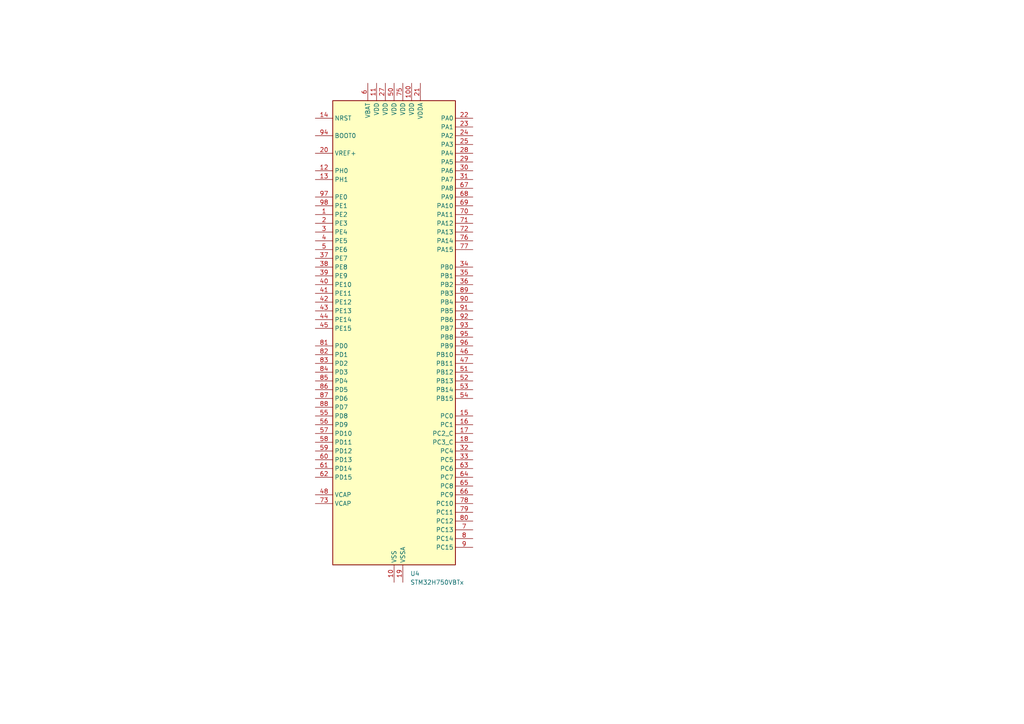
<source format=kicad_sch>
(kicad_sch
	(version 20250114)
	(generator "eeschema")
	(generator_version "9.0")
	(uuid "668bdbe3-bbf7-4176-9b81-bb7b132461af")
	(paper "A4")
	(lib_symbols
		(symbol "MCU_ST_STM32H7:STM32H750VBTx"
			(exclude_from_sim no)
			(in_bom yes)
			(on_board yes)
			(property "Reference" "U"
				(at -17.78 69.85 0)
				(effects
					(font
						(size 1.27 1.27)
					)
					(justify left)
				)
			)
			(property "Value" "STM32H750VBTx"
				(at 10.16 69.85 0)
				(effects
					(font
						(size 1.27 1.27)
					)
					(justify left)
				)
			)
			(property "Footprint" "Package_QFP:LQFP-100_14x14mm_P0.5mm"
				(at -17.78 -66.04 0)
				(effects
					(font
						(size 1.27 1.27)
					)
					(justify right)
					(hide yes)
				)
			)
			(property "Datasheet" "https://www.st.com/resource/en/datasheet/stm32h750vb.pdf"
				(at 0 0 0)
				(effects
					(font
						(size 1.27 1.27)
					)
					(hide yes)
				)
			)
			(property "Description" "STMicroelectronics Arm Cortex-M7 MCU, 128KB flash, 1024KB RAM, 480 MHz, 1.71-3.6V, 82 GPIO, LQFP100"
				(at 0 0 0)
				(effects
					(font
						(size 1.27 1.27)
					)
					(hide yes)
				)
			)
			(property "ki_keywords" "Arm Cortex-M7 STM32H7 STM32H750 Value line"
				(at 0 0 0)
				(effects
					(font
						(size 1.27 1.27)
					)
					(hide yes)
				)
			)
			(property "ki_fp_filters" "LQFP*14x14mm*P0.5mm*"
				(at 0 0 0)
				(effects
					(font
						(size 1.27 1.27)
					)
					(hide yes)
				)
			)
			(symbol "STM32H750VBTx_0_1"
				(rectangle
					(start -17.78 -66.04)
					(end 17.78 68.58)
					(stroke
						(width 0.254)
						(type default)
					)
					(fill
						(type background)
					)
				)
			)
			(symbol "STM32H750VBTx_1_1"
				(pin input line
					(at -22.86 63.5 0)
					(length 5.08)
					(name "NRST"
						(effects
							(font
								(size 1.27 1.27)
							)
						)
					)
					(number "14"
						(effects
							(font
								(size 1.27 1.27)
							)
						)
					)
				)
				(pin input line
					(at -22.86 58.42 0)
					(length 5.08)
					(name "BOOT0"
						(effects
							(font
								(size 1.27 1.27)
							)
						)
					)
					(number "94"
						(effects
							(font
								(size 1.27 1.27)
							)
						)
					)
				)
				(pin input line
					(at -22.86 53.34 0)
					(length 5.08)
					(name "VREF+"
						(effects
							(font
								(size 1.27 1.27)
							)
						)
					)
					(number "20"
						(effects
							(font
								(size 1.27 1.27)
							)
						)
					)
					(alternate "VREFBUF_OUT" bidirectional line)
				)
				(pin bidirectional line
					(at -22.86 48.26 0)
					(length 5.08)
					(name "PH0"
						(effects
							(font
								(size 1.27 1.27)
							)
						)
					)
					(number "12"
						(effects
							(font
								(size 1.27 1.27)
							)
						)
					)
					(alternate "RCC_OSC_IN" bidirectional line)
				)
				(pin bidirectional line
					(at -22.86 45.72 0)
					(length 5.08)
					(name "PH1"
						(effects
							(font
								(size 1.27 1.27)
							)
						)
					)
					(number "13"
						(effects
							(font
								(size 1.27 1.27)
							)
						)
					)
					(alternate "RCC_OSC_OUT" bidirectional line)
				)
				(pin bidirectional line
					(at -22.86 40.64 0)
					(length 5.08)
					(name "PE0"
						(effects
							(font
								(size 1.27 1.27)
							)
						)
					)
					(number "97"
						(effects
							(font
								(size 1.27 1.27)
							)
						)
					)
					(alternate "DCMI_D2" bidirectional line)
					(alternate "FMC_NBL0" bidirectional line)
					(alternate "HRTIM_SCIN" bidirectional line)
					(alternate "LPTIM1_ETR" bidirectional line)
					(alternate "LPTIM2_ETR" bidirectional line)
					(alternate "SAI2_MCLK_A" bidirectional line)
					(alternate "TIM4_ETR" bidirectional line)
					(alternate "UART8_RX" bidirectional line)
				)
				(pin bidirectional line
					(at -22.86 38.1 0)
					(length 5.08)
					(name "PE1"
						(effects
							(font
								(size 1.27 1.27)
							)
						)
					)
					(number "98"
						(effects
							(font
								(size 1.27 1.27)
							)
						)
					)
					(alternate "DCMI_D3" bidirectional line)
					(alternate "FMC_NBL1" bidirectional line)
					(alternate "HRTIM_SCOUT" bidirectional line)
					(alternate "LPTIM1_IN2" bidirectional line)
					(alternate "UART8_TX" bidirectional line)
				)
				(pin bidirectional line
					(at -22.86 35.56 0)
					(length 5.08)
					(name "PE2"
						(effects
							(font
								(size 1.27 1.27)
							)
						)
					)
					(number "1"
						(effects
							(font
								(size 1.27 1.27)
							)
						)
					)
					(alternate "DEBUG_TRACECLK" bidirectional line)
					(alternate "ETH_TXD3" bidirectional line)
					(alternate "FMC_A23" bidirectional line)
					(alternate "QUADSPI_BK1_IO2" bidirectional line)
					(alternate "SAI1_CK1" bidirectional line)
					(alternate "SAI1_MCLK_A" bidirectional line)
					(alternate "SAI4_CK1" bidirectional line)
					(alternate "SAI4_MCLK_A" bidirectional line)
					(alternate "SPI4_SCK" bidirectional line)
				)
				(pin bidirectional line
					(at -22.86 33.02 0)
					(length 5.08)
					(name "PE3"
						(effects
							(font
								(size 1.27 1.27)
							)
						)
					)
					(number "2"
						(effects
							(font
								(size 1.27 1.27)
							)
						)
					)
					(alternate "DEBUG_TRACED0" bidirectional line)
					(alternate "FMC_A19" bidirectional line)
					(alternate "SAI1_SD_B" bidirectional line)
					(alternate "SAI4_SD_B" bidirectional line)
					(alternate "TIM15_BKIN" bidirectional line)
				)
				(pin bidirectional line
					(at -22.86 30.48 0)
					(length 5.08)
					(name "PE4"
						(effects
							(font
								(size 1.27 1.27)
							)
						)
					)
					(number "3"
						(effects
							(font
								(size 1.27 1.27)
							)
						)
					)
					(alternate "DCMI_D4" bidirectional line)
					(alternate "DEBUG_TRACED1" bidirectional line)
					(alternate "DFSDM1_DATIN3" bidirectional line)
					(alternate "FMC_A20" bidirectional line)
					(alternate "LTDC_B0" bidirectional line)
					(alternate "SAI1_D2" bidirectional line)
					(alternate "SAI1_FS_A" bidirectional line)
					(alternate "SAI4_D2" bidirectional line)
					(alternate "SAI4_FS_A" bidirectional line)
					(alternate "SPI4_NSS" bidirectional line)
					(alternate "TIM15_CH1N" bidirectional line)
				)
				(pin bidirectional line
					(at -22.86 27.94 0)
					(length 5.08)
					(name "PE5"
						(effects
							(font
								(size 1.27 1.27)
							)
						)
					)
					(number "4"
						(effects
							(font
								(size 1.27 1.27)
							)
						)
					)
					(alternate "DCMI_D6" bidirectional line)
					(alternate "DEBUG_TRACED2" bidirectional line)
					(alternate "DFSDM1_CKIN3" bidirectional line)
					(alternate "FMC_A21" bidirectional line)
					(alternate "LTDC_G0" bidirectional line)
					(alternate "SAI1_CK2" bidirectional line)
					(alternate "SAI1_SCK_A" bidirectional line)
					(alternate "SAI4_CK2" bidirectional line)
					(alternate "SAI4_SCK_A" bidirectional line)
					(alternate "SPI4_MISO" bidirectional line)
					(alternate "TIM15_CH1" bidirectional line)
				)
				(pin bidirectional line
					(at -22.86 25.4 0)
					(length 5.08)
					(name "PE6"
						(effects
							(font
								(size 1.27 1.27)
							)
						)
					)
					(number "5"
						(effects
							(font
								(size 1.27 1.27)
							)
						)
					)
					(alternate "DCMI_D7" bidirectional line)
					(alternate "DEBUG_TRACED3" bidirectional line)
					(alternate "FMC_A22" bidirectional line)
					(alternate "LTDC_G1" bidirectional line)
					(alternate "SAI1_D1" bidirectional line)
					(alternate "SAI1_SD_A" bidirectional line)
					(alternate "SAI2_MCLK_B" bidirectional line)
					(alternate "SAI4_D1" bidirectional line)
					(alternate "SAI4_SD_A" bidirectional line)
					(alternate "SPI4_MOSI" bidirectional line)
					(alternate "TIM15_CH2" bidirectional line)
					(alternate "TIM1_BKIN2" bidirectional line)
					(alternate "TIM1_BKIN2_COMP1" bidirectional line)
					(alternate "TIM1_BKIN2_COMP2" bidirectional line)
				)
				(pin bidirectional line
					(at -22.86 22.86 0)
					(length 5.08)
					(name "PE7"
						(effects
							(font
								(size 1.27 1.27)
							)
						)
					)
					(number "37"
						(effects
							(font
								(size 1.27 1.27)
							)
						)
					)
					(alternate "COMP2_INM" bidirectional line)
					(alternate "DFSDM1_DATIN2" bidirectional line)
					(alternate "FMC_D4" bidirectional line)
					(alternate "FMC_DA4" bidirectional line)
					(alternate "OPAMP2_VOUT" bidirectional line)
					(alternate "QUADSPI_BK2_IO0" bidirectional line)
					(alternate "TIM1_ETR" bidirectional line)
					(alternate "UART7_RX" bidirectional line)
				)
				(pin bidirectional line
					(at -22.86 20.32 0)
					(length 5.08)
					(name "PE8"
						(effects
							(font
								(size 1.27 1.27)
							)
						)
					)
					(number "38"
						(effects
							(font
								(size 1.27 1.27)
							)
						)
					)
					(alternate "COMP2_OUT" bidirectional line)
					(alternate "DFSDM1_CKIN2" bidirectional line)
					(alternate "FMC_D5" bidirectional line)
					(alternate "FMC_DA5" bidirectional line)
					(alternate "OPAMP2_VINM" bidirectional line)
					(alternate "OPAMP2_VINM0" bidirectional line)
					(alternate "QUADSPI_BK2_IO1" bidirectional line)
					(alternate "TIM1_CH1N" bidirectional line)
					(alternate "UART7_TX" bidirectional line)
				)
				(pin bidirectional line
					(at -22.86 17.78 0)
					(length 5.08)
					(name "PE9"
						(effects
							(font
								(size 1.27 1.27)
							)
						)
					)
					(number "39"
						(effects
							(font
								(size 1.27 1.27)
							)
						)
					)
					(alternate "COMP2_INP" bidirectional line)
					(alternate "DAC1_EXTI9" bidirectional line)
					(alternate "DFSDM1_CKOUT" bidirectional line)
					(alternate "FMC_D6" bidirectional line)
					(alternate "FMC_DA6" bidirectional line)
					(alternate "OPAMP2_VINP" bidirectional line)
					(alternate "QUADSPI_BK2_IO2" bidirectional line)
					(alternate "TIM1_CH1" bidirectional line)
					(alternate "UART7_DE" bidirectional line)
					(alternate "UART7_RTS" bidirectional line)
				)
				(pin bidirectional line
					(at -22.86 15.24 0)
					(length 5.08)
					(name "PE10"
						(effects
							(font
								(size 1.27 1.27)
							)
						)
					)
					(number "40"
						(effects
							(font
								(size 1.27 1.27)
							)
						)
					)
					(alternate "COMP2_INM" bidirectional line)
					(alternate "DFSDM1_DATIN4" bidirectional line)
					(alternate "FMC_D7" bidirectional line)
					(alternate "FMC_DA7" bidirectional line)
					(alternate "QUADSPI_BK2_IO3" bidirectional line)
					(alternate "TIM1_CH2N" bidirectional line)
					(alternate "UART7_CTS" bidirectional line)
				)
				(pin bidirectional line
					(at -22.86 12.7 0)
					(length 5.08)
					(name "PE11"
						(effects
							(font
								(size 1.27 1.27)
							)
						)
					)
					(number "41"
						(effects
							(font
								(size 1.27 1.27)
							)
						)
					)
					(alternate "ADC1_EXTI11" bidirectional line)
					(alternate "ADC2_EXTI11" bidirectional line)
					(alternate "ADC3_EXTI11" bidirectional line)
					(alternate "COMP2_INP" bidirectional line)
					(alternate "DFSDM1_CKIN4" bidirectional line)
					(alternate "FMC_D8" bidirectional line)
					(alternate "FMC_DA8" bidirectional line)
					(alternate "LTDC_G3" bidirectional line)
					(alternate "SAI2_SD_B" bidirectional line)
					(alternate "SPI4_NSS" bidirectional line)
					(alternate "TIM1_CH2" bidirectional line)
				)
				(pin bidirectional line
					(at -22.86 10.16 0)
					(length 5.08)
					(name "PE12"
						(effects
							(font
								(size 1.27 1.27)
							)
						)
					)
					(number "42"
						(effects
							(font
								(size 1.27 1.27)
							)
						)
					)
					(alternate "COMP1_OUT" bidirectional line)
					(alternate "DFSDM1_DATIN5" bidirectional line)
					(alternate "FMC_D9" bidirectional line)
					(alternate "FMC_DA9" bidirectional line)
					(alternate "LTDC_B4" bidirectional line)
					(alternate "SAI2_SCK_B" bidirectional line)
					(alternate "SPI4_SCK" bidirectional line)
					(alternate "TIM1_CH3N" bidirectional line)
				)
				(pin bidirectional line
					(at -22.86 7.62 0)
					(length 5.08)
					(name "PE13"
						(effects
							(font
								(size 1.27 1.27)
							)
						)
					)
					(number "43"
						(effects
							(font
								(size 1.27 1.27)
							)
						)
					)
					(alternate "COMP2_OUT" bidirectional line)
					(alternate "DFSDM1_CKIN5" bidirectional line)
					(alternate "FMC_D10" bidirectional line)
					(alternate "FMC_DA10" bidirectional line)
					(alternate "LTDC_DE" bidirectional line)
					(alternate "SAI2_FS_B" bidirectional line)
					(alternate "SPI4_MISO" bidirectional line)
					(alternate "TIM1_CH3" bidirectional line)
				)
				(pin bidirectional line
					(at -22.86 5.08 0)
					(length 5.08)
					(name "PE14"
						(effects
							(font
								(size 1.27 1.27)
							)
						)
					)
					(number "44"
						(effects
							(font
								(size 1.27 1.27)
							)
						)
					)
					(alternate "FMC_D11" bidirectional line)
					(alternate "FMC_DA11" bidirectional line)
					(alternate "LTDC_CLK" bidirectional line)
					(alternate "SAI2_MCLK_B" bidirectional line)
					(alternate "SPI4_MOSI" bidirectional line)
					(alternate "TIM1_CH4" bidirectional line)
				)
				(pin bidirectional line
					(at -22.86 2.54 0)
					(length 5.08)
					(name "PE15"
						(effects
							(font
								(size 1.27 1.27)
							)
						)
					)
					(number "45"
						(effects
							(font
								(size 1.27 1.27)
							)
						)
					)
					(alternate "ADC1_EXTI15" bidirectional line)
					(alternate "ADC2_EXTI15" bidirectional line)
					(alternate "ADC3_EXTI15" bidirectional line)
					(alternate "FMC_D12" bidirectional line)
					(alternate "FMC_DA12" bidirectional line)
					(alternate "LTDC_R7" bidirectional line)
					(alternate "TIM1_BKIN" bidirectional line)
					(alternate "TIM1_BKIN_COMP1" bidirectional line)
					(alternate "TIM1_BKIN_COMP2" bidirectional line)
				)
				(pin bidirectional line
					(at -22.86 -2.54 0)
					(length 5.08)
					(name "PD0"
						(effects
							(font
								(size 1.27 1.27)
							)
						)
					)
					(number "81"
						(effects
							(font
								(size 1.27 1.27)
							)
						)
					)
					(alternate "DFSDM1_CKIN6" bidirectional line)
					(alternate "FDCAN1_RX" bidirectional line)
					(alternate "FMC_D2" bidirectional line)
					(alternate "FMC_DA2" bidirectional line)
					(alternate "SAI3_SCK_A" bidirectional line)
					(alternate "UART4_RX" bidirectional line)
				)
				(pin bidirectional line
					(at -22.86 -5.08 0)
					(length 5.08)
					(name "PD1"
						(effects
							(font
								(size 1.27 1.27)
							)
						)
					)
					(number "82"
						(effects
							(font
								(size 1.27 1.27)
							)
						)
					)
					(alternate "DFSDM1_DATIN6" bidirectional line)
					(alternate "FDCAN1_TX" bidirectional line)
					(alternate "FMC_D3" bidirectional line)
					(alternate "FMC_DA3" bidirectional line)
					(alternate "SAI3_SD_A" bidirectional line)
					(alternate "UART4_TX" bidirectional line)
				)
				(pin bidirectional line
					(at -22.86 -7.62 0)
					(length 5.08)
					(name "PD2"
						(effects
							(font
								(size 1.27 1.27)
							)
						)
					)
					(number "83"
						(effects
							(font
								(size 1.27 1.27)
							)
						)
					)
					(alternate "DCMI_D11" bidirectional line)
					(alternate "DEBUG_TRACED2" bidirectional line)
					(alternate "SDMMC1_CMD" bidirectional line)
					(alternate "TIM3_ETR" bidirectional line)
					(alternate "UART5_RX" bidirectional line)
				)
				(pin bidirectional line
					(at -22.86 -10.16 0)
					(length 5.08)
					(name "PD3"
						(effects
							(font
								(size 1.27 1.27)
							)
						)
					)
					(number "84"
						(effects
							(font
								(size 1.27 1.27)
							)
						)
					)
					(alternate "DCMI_D5" bidirectional line)
					(alternate "DFSDM1_CKOUT" bidirectional line)
					(alternate "FMC_CLK" bidirectional line)
					(alternate "I2S2_CK" bidirectional line)
					(alternate "LTDC_G7" bidirectional line)
					(alternate "SPI2_SCK" bidirectional line)
					(alternate "USART2_CTS" bidirectional line)
					(alternate "USART2_NSS" bidirectional line)
				)
				(pin bidirectional line
					(at -22.86 -12.7 0)
					(length 5.08)
					(name "PD4"
						(effects
							(font
								(size 1.27 1.27)
							)
						)
					)
					(number "85"
						(effects
							(font
								(size 1.27 1.27)
							)
						)
					)
					(alternate "FMC_NOE" bidirectional line)
					(alternate "HRTIM_FLT3" bidirectional line)
					(alternate "SAI3_FS_A" bidirectional line)
					(alternate "USART2_DE" bidirectional line)
					(alternate "USART2_RTS" bidirectional line)
				)
				(pin bidirectional line
					(at -22.86 -15.24 0)
					(length 5.08)
					(name "PD5"
						(effects
							(font
								(size 1.27 1.27)
							)
						)
					)
					(number "86"
						(effects
							(font
								(size 1.27 1.27)
							)
						)
					)
					(alternate "FMC_NWE" bidirectional line)
					(alternate "HRTIM_EEV3" bidirectional line)
					(alternate "USART2_TX" bidirectional line)
				)
				(pin bidirectional line
					(at -22.86 -17.78 0)
					(length 5.08)
					(name "PD6"
						(effects
							(font
								(size 1.27 1.27)
							)
						)
					)
					(number "87"
						(effects
							(font
								(size 1.27 1.27)
							)
						)
					)
					(alternate "DCMI_D10" bidirectional line)
					(alternate "DFSDM1_CKIN4" bidirectional line)
					(alternate "DFSDM1_DATIN1" bidirectional line)
					(alternate "FMC_NWAIT" bidirectional line)
					(alternate "I2S3_SDO" bidirectional line)
					(alternate "LTDC_B2" bidirectional line)
					(alternate "SAI1_D1" bidirectional line)
					(alternate "SAI1_SD_A" bidirectional line)
					(alternate "SAI4_D1" bidirectional line)
					(alternate "SAI4_SD_A" bidirectional line)
					(alternate "SDMMC2_CK" bidirectional line)
					(alternate "SPI3_MOSI" bidirectional line)
					(alternate "USART2_RX" bidirectional line)
				)
				(pin bidirectional line
					(at -22.86 -20.32 0)
					(length 5.08)
					(name "PD7"
						(effects
							(font
								(size 1.27 1.27)
							)
						)
					)
					(number "88"
						(effects
							(font
								(size 1.27 1.27)
							)
						)
					)
					(alternate "DFSDM1_CKIN1" bidirectional line)
					(alternate "DFSDM1_DATIN4" bidirectional line)
					(alternate "FMC_NE1" bidirectional line)
					(alternate "I2S1_SDO" bidirectional line)
					(alternate "SDMMC2_CMD" bidirectional line)
					(alternate "SPDIFRX1_IN0" bidirectional line)
					(alternate "SPI1_MOSI" bidirectional line)
					(alternate "USART2_CK" bidirectional line)
				)
				(pin bidirectional line
					(at -22.86 -22.86 0)
					(length 5.08)
					(name "PD8"
						(effects
							(font
								(size 1.27 1.27)
							)
						)
					)
					(number "55"
						(effects
							(font
								(size 1.27 1.27)
							)
						)
					)
					(alternate "DFSDM1_CKIN3" bidirectional line)
					(alternate "FMC_D13" bidirectional line)
					(alternate "FMC_DA13" bidirectional line)
					(alternate "SAI3_SCK_B" bidirectional line)
					(alternate "SPDIFRX1_IN1" bidirectional line)
					(alternate "USART3_TX" bidirectional line)
				)
				(pin bidirectional line
					(at -22.86 -25.4 0)
					(length 5.08)
					(name "PD9"
						(effects
							(font
								(size 1.27 1.27)
							)
						)
					)
					(number "56"
						(effects
							(font
								(size 1.27 1.27)
							)
						)
					)
					(alternate "DAC1_EXTI9" bidirectional line)
					(alternate "DFSDM1_DATIN3" bidirectional line)
					(alternate "FMC_D14" bidirectional line)
					(alternate "FMC_DA14" bidirectional line)
					(alternate "SAI3_SD_B" bidirectional line)
					(alternate "USART3_RX" bidirectional line)
				)
				(pin bidirectional line
					(at -22.86 -27.94 0)
					(length 5.08)
					(name "PD10"
						(effects
							(font
								(size 1.27 1.27)
							)
						)
					)
					(number "57"
						(effects
							(font
								(size 1.27 1.27)
							)
						)
					)
					(alternate "DFSDM1_CKOUT" bidirectional line)
					(alternate "FMC_D15" bidirectional line)
					(alternate "FMC_DA15" bidirectional line)
					(alternate "LTDC_B3" bidirectional line)
					(alternate "SAI3_FS_B" bidirectional line)
					(alternate "USART3_CK" bidirectional line)
				)
				(pin bidirectional line
					(at -22.86 -30.48 0)
					(length 5.08)
					(name "PD11"
						(effects
							(font
								(size 1.27 1.27)
							)
						)
					)
					(number "58"
						(effects
							(font
								(size 1.27 1.27)
							)
						)
					)
					(alternate "ADC1_EXTI11" bidirectional line)
					(alternate "ADC2_EXTI11" bidirectional line)
					(alternate "ADC3_EXTI11" bidirectional line)
					(alternate "FMC_A16" bidirectional line)
					(alternate "FMC_CLE" bidirectional line)
					(alternate "I2C4_SMBA" bidirectional line)
					(alternate "LPTIM2_IN2" bidirectional line)
					(alternate "QUADSPI_BK1_IO0" bidirectional line)
					(alternate "SAI2_SD_A" bidirectional line)
					(alternate "USART3_CTS" bidirectional line)
					(alternate "USART3_NSS" bidirectional line)
				)
				(pin bidirectional line
					(at -22.86 -33.02 0)
					(length 5.08)
					(name "PD12"
						(effects
							(font
								(size 1.27 1.27)
							)
						)
					)
					(number "59"
						(effects
							(font
								(size 1.27 1.27)
							)
						)
					)
					(alternate "FMC_A17" bidirectional line)
					(alternate "FMC_ALE" bidirectional line)
					(alternate "I2C4_SCL" bidirectional line)
					(alternate "LPTIM1_IN1" bidirectional line)
					(alternate "LPTIM2_IN1" bidirectional line)
					(alternate "QUADSPI_BK1_IO1" bidirectional line)
					(alternate "SAI2_FS_A" bidirectional line)
					(alternate "TIM4_CH1" bidirectional line)
					(alternate "USART3_DE" bidirectional line)
					(alternate "USART3_RTS" bidirectional line)
				)
				(pin bidirectional line
					(at -22.86 -35.56 0)
					(length 5.08)
					(name "PD13"
						(effects
							(font
								(size 1.27 1.27)
							)
						)
					)
					(number "60"
						(effects
							(font
								(size 1.27 1.27)
							)
						)
					)
					(alternate "FMC_A18" bidirectional line)
					(alternate "I2C4_SDA" bidirectional line)
					(alternate "LPTIM1_OUT" bidirectional line)
					(alternate "QUADSPI_BK1_IO3" bidirectional line)
					(alternate "SAI2_SCK_A" bidirectional line)
					(alternate "TIM4_CH2" bidirectional line)
				)
				(pin bidirectional line
					(at -22.86 -38.1 0)
					(length 5.08)
					(name "PD14"
						(effects
							(font
								(size 1.27 1.27)
							)
						)
					)
					(number "61"
						(effects
							(font
								(size 1.27 1.27)
							)
						)
					)
					(alternate "FMC_D0" bidirectional line)
					(alternate "FMC_DA0" bidirectional line)
					(alternate "SAI3_MCLK_B" bidirectional line)
					(alternate "TIM4_CH3" bidirectional line)
					(alternate "UART8_CTS" bidirectional line)
				)
				(pin bidirectional line
					(at -22.86 -40.64 0)
					(length 5.08)
					(name "PD15"
						(effects
							(font
								(size 1.27 1.27)
							)
						)
					)
					(number "62"
						(effects
							(font
								(size 1.27 1.27)
							)
						)
					)
					(alternate "ADC1_EXTI15" bidirectional line)
					(alternate "ADC2_EXTI15" bidirectional line)
					(alternate "ADC3_EXTI15" bidirectional line)
					(alternate "FMC_D1" bidirectional line)
					(alternate "FMC_DA1" bidirectional line)
					(alternate "SAI3_MCLK_A" bidirectional line)
					(alternate "TIM4_CH4" bidirectional line)
					(alternate "UART8_DE" bidirectional line)
					(alternate "UART8_RTS" bidirectional line)
				)
				(pin power_out line
					(at -22.86 -45.72 0)
					(length 5.08)
					(name "VCAP"
						(effects
							(font
								(size 1.27 1.27)
							)
						)
					)
					(number "48"
						(effects
							(font
								(size 1.27 1.27)
							)
						)
					)
				)
				(pin power_out line
					(at -22.86 -48.26 0)
					(length 5.08)
					(name "VCAP"
						(effects
							(font
								(size 1.27 1.27)
							)
						)
					)
					(number "73"
						(effects
							(font
								(size 1.27 1.27)
							)
						)
					)
				)
				(pin power_in line
					(at -7.62 73.66 270)
					(length 5.08)
					(name "VBAT"
						(effects
							(font
								(size 1.27 1.27)
							)
						)
					)
					(number "6"
						(effects
							(font
								(size 1.27 1.27)
							)
						)
					)
				)
				(pin power_in line
					(at -5.08 73.66 270)
					(length 5.08)
					(name "VDD"
						(effects
							(font
								(size 1.27 1.27)
							)
						)
					)
					(number "11"
						(effects
							(font
								(size 1.27 1.27)
							)
						)
					)
				)
				(pin power_in line
					(at -2.54 73.66 270)
					(length 5.08)
					(name "VDD"
						(effects
							(font
								(size 1.27 1.27)
							)
						)
					)
					(number "27"
						(effects
							(font
								(size 1.27 1.27)
							)
						)
					)
				)
				(pin power_in line
					(at 0 73.66 270)
					(length 5.08)
					(name "VDD"
						(effects
							(font
								(size 1.27 1.27)
							)
						)
					)
					(number "50"
						(effects
							(font
								(size 1.27 1.27)
							)
						)
					)
				)
				(pin power_in line
					(at 0 -71.12 90)
					(length 5.08)
					(name "VSS"
						(effects
							(font
								(size 1.27 1.27)
							)
						)
					)
					(number "10"
						(effects
							(font
								(size 1.27 1.27)
							)
						)
					)
				)
				(pin passive line
					(at 0 -71.12 90)
					(length 5.08)
					(hide yes)
					(name "VSS"
						(effects
							(font
								(size 1.27 1.27)
							)
						)
					)
					(number "26"
						(effects
							(font
								(size 1.27 1.27)
							)
						)
					)
				)
				(pin passive line
					(at 0 -71.12 90)
					(length 5.08)
					(hide yes)
					(name "VSS"
						(effects
							(font
								(size 1.27 1.27)
							)
						)
					)
					(number "49"
						(effects
							(font
								(size 1.27 1.27)
							)
						)
					)
				)
				(pin passive line
					(at 0 -71.12 90)
					(length 5.08)
					(hide yes)
					(name "VSS"
						(effects
							(font
								(size 1.27 1.27)
							)
						)
					)
					(number "74"
						(effects
							(font
								(size 1.27 1.27)
							)
						)
					)
				)
				(pin passive line
					(at 0 -71.12 90)
					(length 5.08)
					(hide yes)
					(name "VSS"
						(effects
							(font
								(size 1.27 1.27)
							)
						)
					)
					(number "99"
						(effects
							(font
								(size 1.27 1.27)
							)
						)
					)
				)
				(pin power_in line
					(at 2.54 73.66 270)
					(length 5.08)
					(name "VDD"
						(effects
							(font
								(size 1.27 1.27)
							)
						)
					)
					(number "75"
						(effects
							(font
								(size 1.27 1.27)
							)
						)
					)
				)
				(pin power_in line
					(at 2.54 -71.12 90)
					(length 5.08)
					(name "VSSA"
						(effects
							(font
								(size 1.27 1.27)
							)
						)
					)
					(number "19"
						(effects
							(font
								(size 1.27 1.27)
							)
						)
					)
				)
				(pin power_in line
					(at 5.08 73.66 270)
					(length 5.08)
					(name "VDD"
						(effects
							(font
								(size 1.27 1.27)
							)
						)
					)
					(number "100"
						(effects
							(font
								(size 1.27 1.27)
							)
						)
					)
				)
				(pin power_in line
					(at 7.62 73.66 270)
					(length 5.08)
					(name "VDDA"
						(effects
							(font
								(size 1.27 1.27)
							)
						)
					)
					(number "21"
						(effects
							(font
								(size 1.27 1.27)
							)
						)
					)
				)
				(pin bidirectional line
					(at 22.86 63.5 180)
					(length 5.08)
					(name "PA0"
						(effects
							(font
								(size 1.27 1.27)
							)
						)
					)
					(number "22"
						(effects
							(font
								(size 1.27 1.27)
							)
						)
					)
					(alternate "ADC1_INP16" bidirectional line)
					(alternate "ETH_CRS" bidirectional line)
					(alternate "PWR_WKUP1" bidirectional line)
					(alternate "SAI2_SD_B" bidirectional line)
					(alternate "SDMMC2_CMD" bidirectional line)
					(alternate "TIM15_BKIN" bidirectional line)
					(alternate "TIM2_CH1" bidirectional line)
					(alternate "TIM2_ETR" bidirectional line)
					(alternate "TIM5_CH1" bidirectional line)
					(alternate "TIM8_ETR" bidirectional line)
					(alternate "UART4_TX" bidirectional line)
					(alternate "USART2_CTS" bidirectional line)
					(alternate "USART2_NSS" bidirectional line)
				)
				(pin bidirectional line
					(at 22.86 60.96 180)
					(length 5.08)
					(name "PA1"
						(effects
							(font
								(size 1.27 1.27)
							)
						)
					)
					(number "23"
						(effects
							(font
								(size 1.27 1.27)
							)
						)
					)
					(alternate "ADC1_INN16" bidirectional line)
					(alternate "ADC1_INP17" bidirectional line)
					(alternate "ETH_REF_CLK" bidirectional line)
					(alternate "ETH_RX_CLK" bidirectional line)
					(alternate "LPTIM3_OUT" bidirectional line)
					(alternate "LTDC_R2" bidirectional line)
					(alternate "QUADSPI_BK1_IO3" bidirectional line)
					(alternate "SAI2_MCLK_B" bidirectional line)
					(alternate "TIM15_CH1N" bidirectional line)
					(alternate "TIM2_CH2" bidirectional line)
					(alternate "TIM5_CH2" bidirectional line)
					(alternate "UART4_RX" bidirectional line)
					(alternate "USART2_DE" bidirectional line)
					(alternate "USART2_RTS" bidirectional line)
				)
				(pin bidirectional line
					(at 22.86 58.42 180)
					(length 5.08)
					(name "PA2"
						(effects
							(font
								(size 1.27 1.27)
							)
						)
					)
					(number "24"
						(effects
							(font
								(size 1.27 1.27)
							)
						)
					)
					(alternate "ADC1_INP14" bidirectional line)
					(alternate "ADC2_INP14" bidirectional line)
					(alternate "ETH_MDIO" bidirectional line)
					(alternate "LPTIM4_OUT" bidirectional line)
					(alternate "LTDC_R1" bidirectional line)
					(alternate "MDIOS_MDIO" bidirectional line)
					(alternate "PWR_WKUP2" bidirectional line)
					(alternate "SAI2_SCK_B" bidirectional line)
					(alternate "TIM15_CH1" bidirectional line)
					(alternate "TIM2_CH3" bidirectional line)
					(alternate "TIM5_CH3" bidirectional line)
					(alternate "USART2_TX" bidirectional line)
				)
				(pin bidirectional line
					(at 22.86 55.88 180)
					(length 5.08)
					(name "PA3"
						(effects
							(font
								(size 1.27 1.27)
							)
						)
					)
					(number "25"
						(effects
							(font
								(size 1.27 1.27)
							)
						)
					)
					(alternate "ADC1_INP15" bidirectional line)
					(alternate "ADC2_INP15" bidirectional line)
					(alternate "ETH_COL" bidirectional line)
					(alternate "LPTIM5_OUT" bidirectional line)
					(alternate "LTDC_B2" bidirectional line)
					(alternate "LTDC_B5" bidirectional line)
					(alternate "TIM15_CH2" bidirectional line)
					(alternate "TIM2_CH4" bidirectional line)
					(alternate "TIM5_CH4" bidirectional line)
					(alternate "USART2_RX" bidirectional line)
					(alternate "USB_OTG_HS_ULPI_D0" bidirectional line)
				)
				(pin bidirectional line
					(at 22.86 53.34 180)
					(length 5.08)
					(name "PA4"
						(effects
							(font
								(size 1.27 1.27)
							)
						)
					)
					(number "28"
						(effects
							(font
								(size 1.27 1.27)
							)
						)
					)
					(alternate "ADC1_INP18" bidirectional line)
					(alternate "ADC2_INP18" bidirectional line)
					(alternate "DAC1_OUT1" bidirectional line)
					(alternate "DCMI_HSYNC" bidirectional line)
					(alternate "I2S1_WS" bidirectional line)
					(alternate "I2S3_WS" bidirectional line)
					(alternate "LTDC_VSYNC" bidirectional line)
					(alternate "SPI1_NSS" bidirectional line)
					(alternate "SPI3_NSS" bidirectional line)
					(alternate "SPI6_NSS" bidirectional line)
					(alternate "TIM5_ETR" bidirectional line)
					(alternate "USART2_CK" bidirectional line)
					(alternate "USB_OTG_HS_SOF" bidirectional line)
				)
				(pin bidirectional line
					(at 22.86 50.8 180)
					(length 5.08)
					(name "PA5"
						(effects
							(font
								(size 1.27 1.27)
							)
						)
					)
					(number "29"
						(effects
							(font
								(size 1.27 1.27)
							)
						)
					)
					(alternate "ADC1_INN18" bidirectional line)
					(alternate "ADC1_INP19" bidirectional line)
					(alternate "ADC2_INN18" bidirectional line)
					(alternate "ADC2_INP19" bidirectional line)
					(alternate "DAC1_OUT2" bidirectional line)
					(alternate "I2S1_CK" bidirectional line)
					(alternate "LTDC_R4" bidirectional line)
					(alternate "PWR_NDSTOP2" bidirectional line)
					(alternate "SPI1_SCK" bidirectional line)
					(alternate "SPI6_SCK" bidirectional line)
					(alternate "TIM2_CH1" bidirectional line)
					(alternate "TIM2_ETR" bidirectional line)
					(alternate "TIM8_CH1N" bidirectional line)
					(alternate "USB_OTG_HS_ULPI_CK" bidirectional line)
				)
				(pin bidirectional line
					(at 22.86 48.26 180)
					(length 5.08)
					(name "PA6"
						(effects
							(font
								(size 1.27 1.27)
							)
						)
					)
					(number "30"
						(effects
							(font
								(size 1.27 1.27)
							)
						)
					)
					(alternate "ADC1_INP3" bidirectional line)
					(alternate "ADC2_INP3" bidirectional line)
					(alternate "DCMI_PIXCLK" bidirectional line)
					(alternate "I2S1_SDI" bidirectional line)
					(alternate "LTDC_G2" bidirectional line)
					(alternate "MDIOS_MDC" bidirectional line)
					(alternate "SPI1_MISO" bidirectional line)
					(alternate "SPI6_MISO" bidirectional line)
					(alternate "TIM13_CH1" bidirectional line)
					(alternate "TIM1_BKIN" bidirectional line)
					(alternate "TIM1_BKIN_COMP1" bidirectional line)
					(alternate "TIM1_BKIN_COMP2" bidirectional line)
					(alternate "TIM3_CH1" bidirectional line)
					(alternate "TIM8_BKIN" bidirectional line)
					(alternate "TIM8_BKIN_COMP1" bidirectional line)
					(alternate "TIM8_BKIN_COMP2" bidirectional line)
				)
				(pin bidirectional line
					(at 22.86 45.72 180)
					(length 5.08)
					(name "PA7"
						(effects
							(font
								(size 1.27 1.27)
							)
						)
					)
					(number "31"
						(effects
							(font
								(size 1.27 1.27)
							)
						)
					)
					(alternate "ADC1_INN3" bidirectional line)
					(alternate "ADC1_INP7" bidirectional line)
					(alternate "ADC2_INN3" bidirectional line)
					(alternate "ADC2_INP7" bidirectional line)
					(alternate "ETH_CRS_DV" bidirectional line)
					(alternate "ETH_RX_DV" bidirectional line)
					(alternate "FMC_SDNWE" bidirectional line)
					(alternate "I2S1_SDO" bidirectional line)
					(alternate "OPAMP1_VINM" bidirectional line)
					(alternate "OPAMP1_VINM1" bidirectional line)
					(alternate "SPI1_MOSI" bidirectional line)
					(alternate "SPI6_MOSI" bidirectional line)
					(alternate "TIM14_CH1" bidirectional line)
					(alternate "TIM1_CH1N" bidirectional line)
					(alternate "TIM3_CH2" bidirectional line)
					(alternate "TIM8_CH1N" bidirectional line)
				)
				(pin bidirectional line
					(at 22.86 43.18 180)
					(length 5.08)
					(name "PA8"
						(effects
							(font
								(size 1.27 1.27)
							)
						)
					)
					(number "67"
						(effects
							(font
								(size 1.27 1.27)
							)
						)
					)
					(alternate "HRTIM_CHB2" bidirectional line)
					(alternate "I2C3_SCL" bidirectional line)
					(alternate "LTDC_B3" bidirectional line)
					(alternate "LTDC_R6" bidirectional line)
					(alternate "RCC_MCO_1" bidirectional line)
					(alternate "TIM1_CH1" bidirectional line)
					(alternate "TIM8_BKIN2" bidirectional line)
					(alternate "TIM8_BKIN2_COMP1" bidirectional line)
					(alternate "TIM8_BKIN2_COMP2" bidirectional line)
					(alternate "UART7_RX" bidirectional line)
					(alternate "USART1_CK" bidirectional line)
					(alternate "USB_OTG_FS_SOF" bidirectional line)
				)
				(pin bidirectional line
					(at 22.86 40.64 180)
					(length 5.08)
					(name "PA9"
						(effects
							(font
								(size 1.27 1.27)
							)
						)
					)
					(number "68"
						(effects
							(font
								(size 1.27 1.27)
							)
						)
					)
					(alternate "DAC1_EXTI9" bidirectional line)
					(alternate "DCMI_D0" bidirectional line)
					(alternate "ETH_TX_ER" bidirectional line)
					(alternate "HRTIM_CHC1" bidirectional line)
					(alternate "I2C3_SMBA" bidirectional line)
					(alternate "I2S2_CK" bidirectional line)
					(alternate "LPUART1_TX" bidirectional line)
					(alternate "LTDC_R5" bidirectional line)
					(alternate "SPI2_SCK" bidirectional line)
					(alternate "TIM1_CH2" bidirectional line)
					(alternate "USART1_TX" bidirectional line)
					(alternate "USB_OTG_FS_VBUS" bidirectional line)
				)
				(pin bidirectional line
					(at 22.86 38.1 180)
					(length 5.08)
					(name "PA10"
						(effects
							(font
								(size 1.27 1.27)
							)
						)
					)
					(number "69"
						(effects
							(font
								(size 1.27 1.27)
							)
						)
					)
					(alternate "DCMI_D1" bidirectional line)
					(alternate "HRTIM_CHC2" bidirectional line)
					(alternate "LPUART1_RX" bidirectional line)
					(alternate "LTDC_B1" bidirectional line)
					(alternate "LTDC_B4" bidirectional line)
					(alternate "MDIOS_MDIO" bidirectional line)
					(alternate "TIM1_CH3" bidirectional line)
					(alternate "USART1_RX" bidirectional line)
					(alternate "USB_OTG_FS_ID" bidirectional line)
				)
				(pin bidirectional line
					(at 22.86 35.56 180)
					(length 5.08)
					(name "PA11"
						(effects
							(font
								(size 1.27 1.27)
							)
						)
					)
					(number "70"
						(effects
							(font
								(size 1.27 1.27)
							)
						)
					)
					(alternate "ADC1_EXTI11" bidirectional line)
					(alternate "ADC2_EXTI11" bidirectional line)
					(alternate "ADC3_EXTI11" bidirectional line)
					(alternate "FDCAN1_RX" bidirectional line)
					(alternate "HRTIM_CHD1" bidirectional line)
					(alternate "I2S2_WS" bidirectional line)
					(alternate "LPUART1_CTS" bidirectional line)
					(alternate "LTDC_R4" bidirectional line)
					(alternate "SPI2_NSS" bidirectional line)
					(alternate "TIM1_CH4" bidirectional line)
					(alternate "UART4_RX" bidirectional line)
					(alternate "USART1_CTS" bidirectional line)
					(alternate "USART1_NSS" bidirectional line)
					(alternate "USB_OTG_FS_DM" bidirectional line)
				)
				(pin bidirectional line
					(at 22.86 33.02 180)
					(length 5.08)
					(name "PA12"
						(effects
							(font
								(size 1.27 1.27)
							)
						)
					)
					(number "71"
						(effects
							(font
								(size 1.27 1.27)
							)
						)
					)
					(alternate "FDCAN1_TX" bidirectional line)
					(alternate "HRTIM_CHD2" bidirectional line)
					(alternate "I2S2_CK" bidirectional line)
					(alternate "LPUART1_DE" bidirectional line)
					(alternate "LPUART1_RTS" bidirectional line)
					(alternate "LTDC_R5" bidirectional line)
					(alternate "SAI2_FS_B" bidirectional line)
					(alternate "SPI2_SCK" bidirectional line)
					(alternate "TIM1_ETR" bidirectional line)
					(alternate "UART4_TX" bidirectional line)
					(alternate "USART1_DE" bidirectional line)
					(alternate "USART1_RTS" bidirectional line)
					(alternate "USB_OTG_FS_DP" bidirectional line)
				)
				(pin bidirectional line
					(at 22.86 30.48 180)
					(length 5.08)
					(name "PA13"
						(effects
							(font
								(size 1.27 1.27)
							)
						)
					)
					(number "72"
						(effects
							(font
								(size 1.27 1.27)
							)
						)
					)
					(alternate "DEBUG_JTMS-SWDIO" bidirectional line)
				)
				(pin bidirectional line
					(at 22.86 27.94 180)
					(length 5.08)
					(name "PA14"
						(effects
							(font
								(size 1.27 1.27)
							)
						)
					)
					(number "76"
						(effects
							(font
								(size 1.27 1.27)
							)
						)
					)
					(alternate "DEBUG_JTCK-SWCLK" bidirectional line)
				)
				(pin bidirectional line
					(at 22.86 25.4 180)
					(length 5.08)
					(name "PA15"
						(effects
							(font
								(size 1.27 1.27)
							)
						)
					)
					(number "77"
						(effects
							(font
								(size 1.27 1.27)
							)
						)
					)
					(alternate "ADC1_EXTI15" bidirectional line)
					(alternate "ADC2_EXTI15" bidirectional line)
					(alternate "ADC3_EXTI15" bidirectional line)
					(alternate "CEC" bidirectional line)
					(alternate "DEBUG_JTDI" bidirectional line)
					(alternate "HRTIM_FLT1" bidirectional line)
					(alternate "I2S1_WS" bidirectional line)
					(alternate "I2S3_WS" bidirectional line)
					(alternate "SPI1_NSS" bidirectional line)
					(alternate "SPI3_NSS" bidirectional line)
					(alternate "SPI6_NSS" bidirectional line)
					(alternate "TIM2_CH1" bidirectional line)
					(alternate "TIM2_ETR" bidirectional line)
					(alternate "UART4_DE" bidirectional line)
					(alternate "UART4_RTS" bidirectional line)
					(alternate "UART7_TX" bidirectional line)
				)
				(pin bidirectional line
					(at 22.86 20.32 180)
					(length 5.08)
					(name "PB0"
						(effects
							(font
								(size 1.27 1.27)
							)
						)
					)
					(number "34"
						(effects
							(font
								(size 1.27 1.27)
							)
						)
					)
					(alternate "ADC1_INN5" bidirectional line)
					(alternate "ADC1_INP9" bidirectional line)
					(alternate "ADC2_INN5" bidirectional line)
					(alternate "ADC2_INP9" bidirectional line)
					(alternate "COMP1_INP" bidirectional line)
					(alternate "DFSDM1_CKOUT" bidirectional line)
					(alternate "ETH_RXD2" bidirectional line)
					(alternate "LTDC_G1" bidirectional line)
					(alternate "LTDC_R3" bidirectional line)
					(alternate "OPAMP1_VINP" bidirectional line)
					(alternate "TIM1_CH2N" bidirectional line)
					(alternate "TIM3_CH3" bidirectional line)
					(alternate "TIM8_CH2N" bidirectional line)
					(alternate "UART4_CTS" bidirectional line)
					(alternate "USB_OTG_HS_ULPI_D1" bidirectional line)
				)
				(pin bidirectional line
					(at 22.86 17.78 180)
					(length 5.08)
					(name "PB1"
						(effects
							(font
								(size 1.27 1.27)
							)
						)
					)
					(number "35"
						(effects
							(font
								(size 1.27 1.27)
							)
						)
					)
					(alternate "ADC1_INP5" bidirectional line)
					(alternate "ADC2_INP5" bidirectional line)
					(alternate "COMP1_INM" bidirectional line)
					(alternate "DFSDM1_DATIN1" bidirectional line)
					(alternate "ETH_RXD3" bidirectional line)
					(alternate "LTDC_G0" bidirectional line)
					(alternate "LTDC_R6" bidirectional line)
					(alternate "TIM1_CH3N" bidirectional line)
					(alternate "TIM3_CH4" bidirectional line)
					(alternate "TIM8_CH3N" bidirectional line)
					(alternate "USB_OTG_HS_ULPI_D2" bidirectional line)
				)
				(pin bidirectional line
					(at 22.86 15.24 180)
					(length 5.08)
					(name "PB2"
						(effects
							(font
								(size 1.27 1.27)
							)
						)
					)
					(number "36"
						(effects
							(font
								(size 1.27 1.27)
							)
						)
					)
					(alternate "COMP1_INP" bidirectional line)
					(alternate "DFSDM1_CKIN1" bidirectional line)
					(alternate "ETH_TX_ER" bidirectional line)
					(alternate "I2S3_SDO" bidirectional line)
					(alternate "QUADSPI_CLK" bidirectional line)
					(alternate "RTC_OUT_ALARM" bidirectional line)
					(alternate "RTC_OUT_CALIB" bidirectional line)
					(alternate "SAI1_D1" bidirectional line)
					(alternate "SAI1_SD_A" bidirectional line)
					(alternate "SAI4_D1" bidirectional line)
					(alternate "SAI4_SD_A" bidirectional line)
					(alternate "SPI3_MOSI" bidirectional line)
				)
				(pin bidirectional line
					(at 22.86 12.7 180)
					(length 5.08)
					(name "PB3"
						(effects
							(font
								(size 1.27 1.27)
							)
						)
					)
					(number "89"
						(effects
							(font
								(size 1.27 1.27)
							)
						)
					)
					(alternate "CRS_SYNC" bidirectional line)
					(alternate "DEBUG_JTDO-SWO" bidirectional line)
					(alternate "HRTIM_FLT4" bidirectional line)
					(alternate "I2S1_CK" bidirectional line)
					(alternate "I2S3_CK" bidirectional line)
					(alternate "SDMMC2_D2" bidirectional line)
					(alternate "SPI1_SCK" bidirectional line)
					(alternate "SPI3_SCK" bidirectional line)
					(alternate "SPI6_SCK" bidirectional line)
					(alternate "TIM2_CH2" bidirectional line)
					(alternate "UART7_RX" bidirectional line)
				)
				(pin bidirectional line
					(at 22.86 10.16 180)
					(length 5.08)
					(name "PB4"
						(effects
							(font
								(size 1.27 1.27)
							)
						)
					)
					(number "90"
						(effects
							(font
								(size 1.27 1.27)
							)
						)
					)
					(alternate "DEBUG_JTRST" bidirectional line)
					(alternate "HRTIM_EEV6" bidirectional line)
					(alternate "I2S1_SDI" bidirectional line)
					(alternate "I2S2_WS" bidirectional line)
					(alternate "I2S3_SDI" bidirectional line)
					(alternate "SDMMC2_D3" bidirectional line)
					(alternate "SPI1_MISO" bidirectional line)
					(alternate "SPI2_NSS" bidirectional line)
					(alternate "SPI3_MISO" bidirectional line)
					(alternate "SPI6_MISO" bidirectional line)
					(alternate "TIM16_BKIN" bidirectional line)
					(alternate "TIM3_CH1" bidirectional line)
					(alternate "UART7_TX" bidirectional line)
				)
				(pin bidirectional line
					(at 22.86 7.62 180)
					(length 5.08)
					(name "PB5"
						(effects
							(font
								(size 1.27 1.27)
							)
						)
					)
					(number "91"
						(effects
							(font
								(size 1.27 1.27)
							)
						)
					)
					(alternate "DCMI_D10" bidirectional line)
					(alternate "ETH_PPS_OUT" bidirectional line)
					(alternate "FDCAN2_RX" bidirectional line)
					(alternate "FMC_SDCKE1" bidirectional line)
					(alternate "HRTIM_EEV7" bidirectional line)
					(alternate "I2C1_SMBA" bidirectional line)
					(alternate "I2C4_SMBA" bidirectional line)
					(alternate "I2S1_SDO" bidirectional line)
					(alternate "I2S3_SDO" bidirectional line)
					(alternate "SPI1_MOSI" bidirectional line)
					(alternate "SPI3_MOSI" bidirectional line)
					(alternate "SPI6_MOSI" bidirectional line)
					(alternate "TIM17_BKIN" bidirectional line)
					(alternate "TIM3_CH2" bidirectional line)
					(alternate "UART5_RX" bidirectional line)
					(alternate "USB_OTG_HS_ULPI_D7" bidirectional line)
				)
				(pin bidirectional line
					(at 22.86 5.08 180)
					(length 5.08)
					(name "PB6"
						(effects
							(font
								(size 1.27 1.27)
							)
						)
					)
					(number "92"
						(effects
							(font
								(size 1.27 1.27)
							)
						)
					)
					(alternate "CEC" bidirectional line)
					(alternate "DCMI_D5" bidirectional line)
					(alternate "DFSDM1_DATIN5" bidirectional line)
					(alternate "FDCAN2_TX" bidirectional line)
					(alternate "FMC_SDNE1" bidirectional line)
					(alternate "HRTIM_EEV8" bidirectional line)
					(alternate "I2C1_SCL" bidirectional line)
					(alternate "I2C4_SCL" bidirectional line)
					(alternate "LPUART1_TX" bidirectional line)
					(alternate "QUADSPI_BK1_NCS" bidirectional line)
					(alternate "TIM16_CH1N" bidirectional line)
					(alternate "TIM4_CH1" bidirectional line)
					(alternate "UART5_TX" bidirectional line)
					(alternate "USART1_TX" bidirectional line)
				)
				(pin bidirectional line
					(at 22.86 2.54 180)
					(length 5.08)
					(name "PB7"
						(effects
							(font
								(size 1.27 1.27)
							)
						)
					)
					(number "93"
						(effects
							(font
								(size 1.27 1.27)
							)
						)
					)
					(alternate "DCMI_VSYNC" bidirectional line)
					(alternate "DFSDM1_CKIN5" bidirectional line)
					(alternate "FMC_NL" bidirectional line)
					(alternate "HRTIM_EEV9" bidirectional line)
					(alternate "I2C1_SDA" bidirectional line)
					(alternate "I2C4_SDA" bidirectional line)
					(alternate "LPUART1_RX" bidirectional line)
					(alternate "PWR_PVD_IN" bidirectional line)
					(alternate "TIM17_CH1N" bidirectional line)
					(alternate "TIM4_CH2" bidirectional line)
					(alternate "USART1_RX" bidirectional line)
				)
				(pin bidirectional line
					(at 22.86 0 180)
					(length 5.08)
					(name "PB8"
						(effects
							(font
								(size 1.27 1.27)
							)
						)
					)
					(number "95"
						(effects
							(font
								(size 1.27 1.27)
							)
						)
					)
					(alternate "DCMI_D6" bidirectional line)
					(alternate "DFSDM1_CKIN7" bidirectional line)
					(alternate "ETH_TXD3" bidirectional line)
					(alternate "FDCAN1_RX" bidirectional line)
					(alternate "I2C1_SCL" bidirectional line)
					(alternate "I2C4_SCL" bidirectional line)
					(alternate "LTDC_B6" bidirectional line)
					(alternate "SDMMC1_CKIN" bidirectional line)
					(alternate "SDMMC1_D4" bidirectional line)
					(alternate "SDMMC2_D4" bidirectional line)
					(alternate "TIM16_CH1" bidirectional line)
					(alternate "TIM4_CH3" bidirectional line)
					(alternate "UART4_RX" bidirectional line)
				)
				(pin bidirectional line
					(at 22.86 -2.54 180)
					(length 5.08)
					(name "PB9"
						(effects
							(font
								(size 1.27 1.27)
							)
						)
					)
					(number "96"
						(effects
							(font
								(size 1.27 1.27)
							)
						)
					)
					(alternate "DAC1_EXTI9" bidirectional line)
					(alternate "DCMI_D7" bidirectional line)
					(alternate "DFSDM1_DATIN7" bidirectional line)
					(alternate "FDCAN1_TX" bidirectional line)
					(alternate "I2C1_SDA" bidirectional line)
					(alternate "I2C4_SDA" bidirectional line)
					(alternate "I2C4_SMBA" bidirectional line)
					(alternate "I2S2_WS" bidirectional line)
					(alternate "LTDC_B7" bidirectional line)
					(alternate "SDMMC1_CDIR" bidirectional line)
					(alternate "SDMMC1_D5" bidirectional line)
					(alternate "SDMMC2_D5" bidirectional line)
					(alternate "SPI2_NSS" bidirectional line)
					(alternate "TIM17_CH1" bidirectional line)
					(alternate "TIM4_CH4" bidirectional line)
					(alternate "UART4_TX" bidirectional line)
				)
				(pin bidirectional line
					(at 22.86 -5.08 180)
					(length 5.08)
					(name "PB10"
						(effects
							(font
								(size 1.27 1.27)
							)
						)
					)
					(number "46"
						(effects
							(font
								(size 1.27 1.27)
							)
						)
					)
					(alternate "DFSDM1_DATIN7" bidirectional line)
					(alternate "ETH_RX_ER" bidirectional line)
					(alternate "HRTIM_SCOUT" bidirectional line)
					(alternate "I2C2_SCL" bidirectional line)
					(alternate "I2S2_CK" bidirectional line)
					(alternate "LPTIM2_IN1" bidirectional line)
					(alternate "LTDC_G4" bidirectional line)
					(alternate "QUADSPI_BK1_NCS" bidirectional line)
					(alternate "SPI2_SCK" bidirectional line)
					(alternate "TIM2_CH3" bidirectional line)
					(alternate "USART3_TX" bidirectional line)
					(alternate "USB_OTG_HS_ULPI_D3" bidirectional line)
				)
				(pin bidirectional line
					(at 22.86 -7.62 180)
					(length 5.08)
					(name "PB11"
						(effects
							(font
								(size 1.27 1.27)
							)
						)
					)
					(number "47"
						(effects
							(font
								(size 1.27 1.27)
							)
						)
					)
					(alternate "ADC1_EXTI11" bidirectional line)
					(alternate "ADC2_EXTI11" bidirectional line)
					(alternate "ADC3_EXTI11" bidirectional line)
					(alternate "DFSDM1_CKIN7" bidirectional line)
					(alternate "ETH_TX_EN" bidirectional line)
					(alternate "HRTIM_SCIN" bidirectional line)
					(alternate "I2C2_SDA" bidirectional line)
					(alternate "LPTIM2_ETR" bidirectional line)
					(alternate "LTDC_G5" bidirectional line)
					(alternate "TIM2_CH4" bidirectional line)
					(alternate "USART3_RX" bidirectional line)
					(alternate "USB_OTG_HS_ULPI_D4" bidirectional line)
				)
				(pin bidirectional line
					(at 22.86 -10.16 180)
					(length 5.08)
					(name "PB12"
						(effects
							(font
								(size 1.27 1.27)
							)
						)
					)
					(number "51"
						(effects
							(font
								(size 1.27 1.27)
							)
						)
					)
					(alternate "DFSDM1_DATIN1" bidirectional line)
					(alternate "ETH_TXD0" bidirectional line)
					(alternate "FDCAN2_RX" bidirectional line)
					(alternate "I2C2_SMBA" bidirectional line)
					(alternate "I2S2_WS" bidirectional line)
					(alternate "SPI2_NSS" bidirectional line)
					(alternate "TIM1_BKIN" bidirectional line)
					(alternate "TIM1_BKIN_COMP1" bidirectional line)
					(alternate "TIM1_BKIN_COMP2" bidirectional line)
					(alternate "UART5_RX" bidirectional line)
					(alternate "USART3_CK" bidirectional line)
					(alternate "USB_OTG_HS_ID" bidirectional line)
					(alternate "USB_OTG_HS_ULPI_D5" bidirectional line)
				)
				(pin bidirectional line
					(at 22.86 -12.7 180)
					(length 5.08)
					(name "PB13"
						(effects
							(font
								(size 1.27 1.27)
							)
						)
					)
					(number "52"
						(effects
							(font
								(size 1.27 1.27)
							)
						)
					)
					(alternate "DFSDM1_CKIN1" bidirectional line)
					(alternate "ETH_TXD1" bidirectional line)
					(alternate "FDCAN2_TX" bidirectional line)
					(alternate "I2S2_CK" bidirectional line)
					(alternate "LPTIM2_OUT" bidirectional line)
					(alternate "SPI2_SCK" bidirectional line)
					(alternate "TIM1_CH1N" bidirectional line)
					(alternate "UART5_TX" bidirectional line)
					(alternate "USART3_CTS" bidirectional line)
					(alternate "USART3_NSS" bidirectional line)
					(alternate "USB_OTG_HS_ULPI_D6" bidirectional line)
					(alternate "USB_OTG_HS_VBUS" bidirectional line)
				)
				(pin bidirectional line
					(at 22.86 -15.24 180)
					(length 5.08)
					(name "PB14"
						(effects
							(font
								(size 1.27 1.27)
							)
						)
					)
					(number "53"
						(effects
							(font
								(size 1.27 1.27)
							)
						)
					)
					(alternate "DFSDM1_DATIN2" bidirectional line)
					(alternate "I2S2_SDI" bidirectional line)
					(alternate "SDMMC2_D0" bidirectional line)
					(alternate "SPI2_MISO" bidirectional line)
					(alternate "TIM12_CH1" bidirectional line)
					(alternate "TIM1_CH2N" bidirectional line)
					(alternate "TIM8_CH2N" bidirectional line)
					(alternate "UART4_DE" bidirectional line)
					(alternate "UART4_RTS" bidirectional line)
					(alternate "USART1_TX" bidirectional line)
					(alternate "USART3_DE" bidirectional line)
					(alternate "USART3_RTS" bidirectional line)
					(alternate "USB_OTG_HS_DM" bidirectional line)
				)
				(pin bidirectional line
					(at 22.86 -17.78 180)
					(length 5.08)
					(name "PB15"
						(effects
							(font
								(size 1.27 1.27)
							)
						)
					)
					(number "54"
						(effects
							(font
								(size 1.27 1.27)
							)
						)
					)
					(alternate "ADC1_EXTI15" bidirectional line)
					(alternate "ADC2_EXTI15" bidirectional line)
					(alternate "ADC3_EXTI15" bidirectional line)
					(alternate "DFSDM1_CKIN2" bidirectional line)
					(alternate "I2S2_SDO" bidirectional line)
					(alternate "RTC_REFIN" bidirectional line)
					(alternate "SDMMC2_D1" bidirectional line)
					(alternate "SPI2_MOSI" bidirectional line)
					(alternate "TIM12_CH2" bidirectional line)
					(alternate "TIM1_CH3N" bidirectional line)
					(alternate "TIM8_CH3N" bidirectional line)
					(alternate "UART4_CTS" bidirectional line)
					(alternate "USART1_RX" bidirectional line)
					(alternate "USB_OTG_HS_DP" bidirectional line)
				)
				(pin bidirectional line
					(at 22.86 -22.86 180)
					(length 5.08)
					(name "PC0"
						(effects
							(font
								(size 1.27 1.27)
							)
						)
					)
					(number "15"
						(effects
							(font
								(size 1.27 1.27)
							)
						)
					)
					(alternate "ADC1_INP10" bidirectional line)
					(alternate "ADC2_INP10" bidirectional line)
					(alternate "ADC3_INP10" bidirectional line)
					(alternate "DFSDM1_CKIN0" bidirectional line)
					(alternate "DFSDM1_DATIN4" bidirectional line)
					(alternate "FMC_SDNWE" bidirectional line)
					(alternate "LTDC_R5" bidirectional line)
					(alternate "SAI2_FS_B" bidirectional line)
					(alternate "USB_OTG_HS_ULPI_STP" bidirectional line)
				)
				(pin bidirectional line
					(at 22.86 -25.4 180)
					(length 5.08)
					(name "PC1"
						(effects
							(font
								(size 1.27 1.27)
							)
						)
					)
					(number "16"
						(effects
							(font
								(size 1.27 1.27)
							)
						)
					)
					(alternate "ADC1_INN10" bidirectional line)
					(alternate "ADC1_INP11" bidirectional line)
					(alternate "ADC2_INN10" bidirectional line)
					(alternate "ADC2_INP11" bidirectional line)
					(alternate "ADC3_INN10" bidirectional line)
					(alternate "ADC3_INP11" bidirectional line)
					(alternate "DEBUG_TRACED0" bidirectional line)
					(alternate "DFSDM1_CKIN4" bidirectional line)
					(alternate "DFSDM1_DATIN0" bidirectional line)
					(alternate "ETH_MDC" bidirectional line)
					(alternate "I2S2_SDO" bidirectional line)
					(alternate "MDIOS_MDC" bidirectional line)
					(alternate "PWR_WKUP6" bidirectional line)
					(alternate "RTC_TAMP3" bidirectional line)
					(alternate "SAI1_D1" bidirectional line)
					(alternate "SAI1_SD_A" bidirectional line)
					(alternate "SAI4_D1" bidirectional line)
					(alternate "SAI4_SD_A" bidirectional line)
					(alternate "SDMMC2_CK" bidirectional line)
					(alternate "SPI2_MOSI" bidirectional line)
				)
				(pin bidirectional line
					(at 22.86 -27.94 180)
					(length 5.08)
					(name "PC2_C"
						(effects
							(font
								(size 1.27 1.27)
							)
						)
					)
					(number "17"
						(effects
							(font
								(size 1.27 1.27)
							)
						)
					)
					(alternate "ADC3_INN1" bidirectional line)
					(alternate "ADC3_INP0" bidirectional line)
					(alternate "DFSDM1_CKIN1" bidirectional line)
					(alternate "DFSDM1_CKOUT" bidirectional line)
					(alternate "ETH_TXD2" bidirectional line)
					(alternate "FMC_SDNE0" bidirectional line)
					(alternate "I2S2_SDI" bidirectional line)
					(alternate "PWR_CSTOP" bidirectional line)
					(alternate "SPI2_MISO" bidirectional line)
					(alternate "USB_OTG_HS_ULPI_DIR" bidirectional line)
				)
				(pin bidirectional line
					(at 22.86 -30.48 180)
					(length 5.08)
					(name "PC3_C"
						(effects
							(font
								(size 1.27 1.27)
							)
						)
					)
					(number "18"
						(effects
							(font
								(size 1.27 1.27)
							)
						)
					)
					(alternate "ADC3_INP1" bidirectional line)
					(alternate "DFSDM1_DATIN1" bidirectional line)
					(alternate "ETH_TX_CLK" bidirectional line)
					(alternate "FMC_SDCKE0" bidirectional line)
					(alternate "I2S2_SDO" bidirectional line)
					(alternate "PWR_CSLEEP" bidirectional line)
					(alternate "SPI2_MOSI" bidirectional line)
					(alternate "USB_OTG_HS_ULPI_NXT" bidirectional line)
				)
				(pin bidirectional line
					(at 22.86 -33.02 180)
					(length 5.08)
					(name "PC4"
						(effects
							(font
								(size 1.27 1.27)
							)
						)
					)
					(number "32"
						(effects
							(font
								(size 1.27 1.27)
							)
						)
					)
					(alternate "ADC1_INP4" bidirectional line)
					(alternate "ADC2_INP4" bidirectional line)
					(alternate "COMP1_INM" bidirectional line)
					(alternate "DFSDM1_CKIN2" bidirectional line)
					(alternate "ETH_RXD0" bidirectional line)
					(alternate "FMC_SDNE0" bidirectional line)
					(alternate "I2S1_MCK" bidirectional line)
					(alternate "OPAMP1_VOUT" bidirectional line)
					(alternate "SPDIFRX1_IN2" bidirectional line)
				)
				(pin bidirectional line
					(at 22.86 -35.56 180)
					(length 5.08)
					(name "PC5"
						(effects
							(font
								(size 1.27 1.27)
							)
						)
					)
					(number "33"
						(effects
							(font
								(size 1.27 1.27)
							)
						)
					)
					(alternate "ADC1_INN4" bidirectional line)
					(alternate "ADC1_INP8" bidirectional line)
					(alternate "ADC2_INN4" bidirectional line)
					(alternate "ADC2_INP8" bidirectional line)
					(alternate "COMP1_OUT" bidirectional line)
					(alternate "DFSDM1_DATIN2" bidirectional line)
					(alternate "ETH_RXD1" bidirectional line)
					(alternate "FMC_SDCKE0" bidirectional line)
					(alternate "OPAMP1_VINM" bidirectional line)
					(alternate "OPAMP1_VINM0" bidirectional line)
					(alternate "SAI1_D3" bidirectional line)
					(alternate "SAI4_D3" bidirectional line)
					(alternate "SPDIFRX1_IN3" bidirectional line)
				)
				(pin bidirectional line
					(at 22.86 -38.1 180)
					(length 5.08)
					(name "PC6"
						(effects
							(font
								(size 1.27 1.27)
							)
						)
					)
					(number "63"
						(effects
							(font
								(size 1.27 1.27)
							)
						)
					)
					(alternate "DCMI_D0" bidirectional line)
					(alternate "DFSDM1_CKIN3" bidirectional line)
					(alternate "FMC_NWAIT" bidirectional line)
					(alternate "HRTIM_CHA1" bidirectional line)
					(alternate "I2S2_MCK" bidirectional line)
					(alternate "LTDC_HSYNC" bidirectional line)
					(alternate "SDMMC1_D0DIR" bidirectional line)
					(alternate "SDMMC1_D6" bidirectional line)
					(alternate "SDMMC2_D6" bidirectional line)
					(alternate "SWPMI1_IO" bidirectional line)
					(alternate "TIM3_CH1" bidirectional line)
					(alternate "TIM8_CH1" bidirectional line)
					(alternate "USART6_TX" bidirectional line)
				)
				(pin bidirectional line
					(at 22.86 -40.64 180)
					(length 5.08)
					(name "PC7"
						(effects
							(font
								(size 1.27 1.27)
							)
						)
					)
					(number "64"
						(effects
							(font
								(size 1.27 1.27)
							)
						)
					)
					(alternate "DCMI_D1" bidirectional line)
					(alternate "DEBUG_TRGIO" bidirectional line)
					(alternate "DFSDM1_DATIN3" bidirectional line)
					(alternate "FMC_NE1" bidirectional line)
					(alternate "HRTIM_CHA2" bidirectional line)
					(alternate "I2S3_MCK" bidirectional line)
					(alternate "LTDC_G6" bidirectional line)
					(alternate "SDMMC1_D123DIR" bidirectional line)
					(alternate "SDMMC1_D7" bidirectional line)
					(alternate "SDMMC2_D7" bidirectional line)
					(alternate "SWPMI1_TX" bidirectional line)
					(alternate "TIM3_CH2" bidirectional line)
					(alternate "TIM8_CH2" bidirectional line)
					(alternate "USART6_RX" bidirectional line)
				)
				(pin bidirectional line
					(at 22.86 -43.18 180)
					(length 5.08)
					(name "PC8"
						(effects
							(font
								(size 1.27 1.27)
							)
						)
					)
					(number "65"
						(effects
							(font
								(size 1.27 1.27)
							)
						)
					)
					(alternate "DCMI_D2" bidirectional line)
					(alternate "DEBUG_TRACED1" bidirectional line)
					(alternate "FMC_NCE" bidirectional line)
					(alternate "FMC_NE2" bidirectional line)
					(alternate "HRTIM_CHB1" bidirectional line)
					(alternate "SDMMC1_D0" bidirectional line)
					(alternate "SWPMI1_RX" bidirectional line)
					(alternate "TIM3_CH3" bidirectional line)
					(alternate "TIM8_CH3" bidirectional line)
					(alternate "UART5_DE" bidirectional line)
					(alternate "UART5_RTS" bidirectional line)
					(alternate "USART6_CK" bidirectional line)
				)
				(pin bidirectional line
					(at 22.86 -45.72 180)
					(length 5.08)
					(name "PC9"
						(effects
							(font
								(size 1.27 1.27)
							)
						)
					)
					(number "66"
						(effects
							(font
								(size 1.27 1.27)
							)
						)
					)
					(alternate "DAC1_EXTI9" bidirectional line)
					(alternate "DCMI_D3" bidirectional line)
					(alternate "I2C3_SDA" bidirectional line)
					(alternate "I2S_CKIN" bidirectional line)
					(alternate "LTDC_B2" bidirectional line)
					(alternate "LTDC_G3" bidirectional line)
					(alternate "QUADSPI_BK1_IO0" bidirectional line)
					(alternate "RCC_MCO_2" bidirectional line)
					(alternate "SDMMC1_D1" bidirectional line)
					(alternate "SWPMI1_SUSPEND" bidirectional line)
					(alternate "TIM3_CH4" bidirectional line)
					(alternate "TIM8_CH4" bidirectional line)
					(alternate "UART5_CTS" bidirectional line)
				)
				(pin bidirectional line
					(at 22.86 -48.26 180)
					(length 5.08)
					(name "PC10"
						(effects
							(font
								(size 1.27 1.27)
							)
						)
					)
					(number "78"
						(effects
							(font
								(size 1.27 1.27)
							)
						)
					)
					(alternate "DCMI_D8" bidirectional line)
					(alternate "DFSDM1_CKIN5" bidirectional line)
					(alternate "HRTIM_EEV1" bidirectional line)
					(alternate "I2S3_CK" bidirectional line)
					(alternate "LTDC_R2" bidirectional line)
					(alternate "QUADSPI_BK1_IO1" bidirectional line)
					(alternate "SDMMC1_D2" bidirectional line)
					(alternate "SPI3_SCK" bidirectional line)
					(alternate "UART4_TX" bidirectional line)
					(alternate "USART3_TX" bidirectional line)
				)
				(pin bidirectional line
					(at 22.86 -50.8 180)
					(length 5.08)
					(name "PC11"
						(effects
							(font
								(size 1.27 1.27)
							)
						)
					)
					(number "79"
						(effects
							(font
								(size 1.27 1.27)
							)
						)
					)
					(alternate "ADC1_EXTI11" bidirectional line)
					(alternate "ADC2_EXTI11" bidirectional line)
					(alternate "ADC3_EXTI11" bidirectional line)
					(alternate "DCMI_D4" bidirectional line)
					(alternate "DFSDM1_DATIN5" bidirectional line)
					(alternate "HRTIM_FLT2" bidirectional line)
					(alternate "I2S3_SDI" bidirectional line)
					(alternate "QUADSPI_BK2_NCS" bidirectional line)
					(alternate "SDMMC1_D3" bidirectional line)
					(alternate "SPI3_MISO" bidirectional line)
					(alternate "UART4_RX" bidirectional line)
					(alternate "USART3_RX" bidirectional line)
				)
				(pin bidirectional line
					(at 22.86 -53.34 180)
					(length 5.08)
					(name "PC12"
						(effects
							(font
								(size 1.27 1.27)
							)
						)
					)
					(number "80"
						(effects
							(font
								(size 1.27 1.27)
							)
						)
					)
					(alternate "DCMI_D9" bidirectional line)
					(alternate "DEBUG_TRACED3" bidirectional line)
					(alternate "HRTIM_EEV2" bidirectional line)
					(alternate "I2S3_SDO" bidirectional line)
					(alternate "SDMMC1_CK" bidirectional line)
					(alternate "SPI3_MOSI" bidirectional line)
					(alternate "UART5_TX" bidirectional line)
					(alternate "USART3_CK" bidirectional line)
				)
				(pin bidirectional line
					(at 22.86 -55.88 180)
					(length 5.08)
					(name "PC13"
						(effects
							(font
								(size 1.27 1.27)
							)
						)
					)
					(number "7"
						(effects
							(font
								(size 1.27 1.27)
							)
						)
					)
					(alternate "PWR_WKUP4" bidirectional line)
					(alternate "RTC_OUT_ALARM" bidirectional line)
					(alternate "RTC_OUT_CALIB" bidirectional line)
					(alternate "RTC_TAMP1" bidirectional line)
					(alternate "RTC_TS" bidirectional line)
				)
				(pin bidirectional line
					(at 22.86 -58.42 180)
					(length 5.08)
					(name "PC14"
						(effects
							(font
								(size 1.27 1.27)
							)
						)
					)
					(number "8"
						(effects
							(font
								(size 1.27 1.27)
							)
						)
					)
					(alternate "RCC_OSC32_IN" bidirectional line)
				)
				(pin bidirectional line
					(at 22.86 -60.96 180)
					(length 5.08)
					(name "PC15"
						(effects
							(font
								(size 1.27 1.27)
							)
						)
					)
					(number "9"
						(effects
							(font
								(size 1.27 1.27)
							)
						)
					)
					(alternate "ADC1_EXTI15" bidirectional line)
					(alternate "ADC2_EXTI15" bidirectional line)
					(alternate "ADC3_EXTI15" bidirectional line)
					(alternate "RCC_OSC32_OUT" bidirectional line)
				)
			)
			(embedded_fonts no)
		)
	)
	(symbol
		(lib_id "MCU_ST_STM32H7:STM32H750VBTx")
		(at 114.3 97.79 0)
		(unit 1)
		(exclude_from_sim no)
		(in_bom yes)
		(on_board yes)
		(dnp no)
		(fields_autoplaced yes)
		(uuid "84fcdc2d-2b73-4a46-b88c-c4ec8843b66b")
		(property "Reference" "U4"
			(at 118.9833 166.37 0)
			(effects
				(font
					(size 1.27 1.27)
				)
				(justify left)
			)
		)
		(property "Value" "STM32H750VBTx"
			(at 118.9833 168.91 0)
			(effects
				(font
					(size 1.27 1.27)
				)
				(justify left)
			)
		)
		(property "Footprint" "Package_QFP:LQFP-100_14x14mm_P0.5mm"
			(at 96.52 163.83 0)
			(effects
				(font
					(size 1.27 1.27)
				)
				(justify right)
				(hide yes)
			)
		)
		(property "Datasheet" "https://www.st.com/resource/en/datasheet/stm32h750vb.pdf"
			(at 114.3 97.79 0)
			(effects
				(font
					(size 1.27 1.27)
				)
				(hide yes)
			)
		)
		(property "Description" "STMicroelectronics Arm Cortex-M7 MCU, 128KB flash, 1024KB RAM, 480 MHz, 1.71-3.6V, 82 GPIO, LQFP100"
			(at 114.3 97.79 0)
			(effects
				(font
					(size 1.27 1.27)
				)
				(hide yes)
			)
		)
		(pin "14"
			(uuid "d68b5d88-89b2-453b-bba0-8fa478486a3c")
		)
		(pin "55"
			(uuid "ac1ec3e6-4299-4bc0-b2b8-8cbffac4e44b")
		)
		(pin "38"
			(uuid "20686891-59db-4e50-80ca-7c019cc2955c")
		)
		(pin "3"
			(uuid "40ea71cc-30d1-4a0b-b8e6-404a0ced697d")
		)
		(pin "27"
			(uuid "95bc6b7b-b1a6-4ab3-9c7f-584e07f6f8ee")
		)
		(pin "59"
			(uuid "76f1fd63-1707-4a82-9207-4df328cee82e")
		)
		(pin "75"
			(uuid "4bbaf6ba-b99f-4502-bf8b-6b0cccd2ac10")
		)
		(pin "49"
			(uuid "ff74e1dd-dfa7-4da5-9af7-41e4cab5acd0")
		)
		(pin "25"
			(uuid "ddfec317-8188-457e-9323-c2b02f06c99f")
		)
		(pin "1"
			(uuid "c53de456-7959-49cc-a4e0-38ee27a53f5a")
		)
		(pin "41"
			(uuid "b487a172-0e03-47e0-a5ef-0b1f31e64fbf")
		)
		(pin "5"
			(uuid "599e2bc5-1029-49b2-8c32-4d0c7fd08255")
		)
		(pin "97"
			(uuid "d008b38c-bb6c-4201-8281-0cc7215db76a")
		)
		(pin "2"
			(uuid "eea74184-41fa-4c53-ac9f-c73038abde78")
		)
		(pin "43"
			(uuid "e7e430bc-06a2-417d-9f9a-cb4e5a3aa894")
		)
		(pin "82"
			(uuid "83cb5208-a942-42d3-9d62-db7346ce5dbb")
		)
		(pin "86"
			(uuid "67744cbe-b6c6-498a-b291-49ec599388fe")
		)
		(pin "88"
			(uuid "45ae0d41-1152-4479-8b0d-07f71baead99")
		)
		(pin "56"
			(uuid "65bef039-011a-432b-92a9-3a6f5c30d138")
		)
		(pin "57"
			(uuid "5664dd35-fdb6-493c-a9ea-eacd08617955")
		)
		(pin "40"
			(uuid "11736327-4bb2-4825-b097-99a5d5c7f724")
		)
		(pin "60"
			(uuid "616936e5-c51d-4eb8-a0b4-868bd4e189c8")
		)
		(pin "48"
			(uuid "1b913cd5-6831-4bee-bb65-cc882d6ff3ba")
		)
		(pin "81"
			(uuid "9a230335-3b94-410f-8104-78af2733c352")
		)
		(pin "94"
			(uuid "7979f509-27a9-40e9-a1d9-26d8b8153f6e")
		)
		(pin "11"
			(uuid "c463f3a8-c23c-4200-afaf-54a1b7f35b1e")
		)
		(pin "98"
			(uuid "af0b11d1-9def-40c9-9741-ecf4348fc9d5")
		)
		(pin "74"
			(uuid "cf8b6102-a335-4f68-9e9e-e22a1c89e4ea")
		)
		(pin "20"
			(uuid "2f417ae8-95a9-4617-9592-980c007ea45f")
		)
		(pin "99"
			(uuid "2d0e3e7c-695b-4854-b0ef-f0b9d7d8c346")
		)
		(pin "87"
			(uuid "7d9cc0c8-a1ed-486b-b779-0f7d87edccd0")
		)
		(pin "19"
			(uuid "b8de10b1-6f1f-475e-83b8-f2a708d49c5b")
		)
		(pin "85"
			(uuid "6d2e335c-4e77-488a-92bf-615757dfe05f")
		)
		(pin "26"
			(uuid "16039564-f67b-4e6a-9ab4-7e2b98bc7632")
		)
		(pin "39"
			(uuid "8def6802-ebbe-4a35-bd2d-5dd6440a0be2")
		)
		(pin "13"
			(uuid "a357000c-037a-4435-ba6f-a3a0bbaafc1c")
		)
		(pin "67"
			(uuid "b2c2592f-5d37-405a-b04f-dcacc8a0c0aa")
		)
		(pin "23"
			(uuid "bc844107-d830-4af7-9c69-4e83857fb72d")
		)
		(pin "61"
			(uuid "72e85321-44bc-45a0-b072-1f7b3660f56a")
		)
		(pin "42"
			(uuid "101c23db-4a2c-475f-ba98-77807b8e9014")
		)
		(pin "73"
			(uuid "813e5738-e85a-48be-8cdd-9bcf87c4968d")
		)
		(pin "100"
			(uuid "e0e80c8b-e610-46a7-9f51-064a34f2c0a1")
		)
		(pin "68"
			(uuid "2efc5670-6a18-426b-9077-053c27ef807b")
		)
		(pin "45"
			(uuid "68d12a83-a328-4d87-ba99-fad18c6228e1")
		)
		(pin "44"
			(uuid "e7443792-3178-4a56-bb92-a0a6f75d2437")
		)
		(pin "84"
			(uuid "baff9443-82f5-46cc-b8b4-7a6bcdb61a28")
		)
		(pin "21"
			(uuid "4e18e43e-4904-4432-bbf6-48b889f80d49")
		)
		(pin "37"
			(uuid "a8278fcd-6873-479b-8733-80a574e288d9")
		)
		(pin "83"
			(uuid "de78f508-a4ec-49b8-987f-dfabedc566aa")
		)
		(pin "12"
			(uuid "01917539-7480-435d-9e0b-de161b84b8ca")
		)
		(pin "4"
			(uuid "fccc0b9d-6b65-4a87-9bee-a05e262458cd")
		)
		(pin "58"
			(uuid "3c95b51a-b977-46ab-bb2a-e077feca5030")
		)
		(pin "62"
			(uuid "fdb945ce-46f8-4306-9f87-1bc7d8f45990")
		)
		(pin "6"
			(uuid "b106568d-bc52-4ce5-973d-8355b256eb2f")
		)
		(pin "50"
			(uuid "1ea38223-47f4-4963-92c4-1bfeff99a6ae")
		)
		(pin "10"
			(uuid "9a81eb77-e5ed-4dbc-975c-08fa816c41e5")
		)
		(pin "22"
			(uuid "af3074c7-6307-4aa3-b62b-ce4393e992a3")
		)
		(pin "24"
			(uuid "3732ee09-aa3c-4ebd-adb2-614d4cca278a")
		)
		(pin "31"
			(uuid "6f52ead5-1f7e-45bb-90c4-4757afce2aef")
		)
		(pin "29"
			(uuid "15acc111-2b26-443f-ab1b-dc078390b8b8")
		)
		(pin "69"
			(uuid "e0997fc8-b070-496d-9392-4dd58197646c")
		)
		(pin "28"
			(uuid "3d6ffddf-2f2c-40c6-85e7-9aca9c78c7bb")
		)
		(pin "70"
			(uuid "3b2e072a-22be-40e0-bae6-191bce7952a0")
		)
		(pin "30"
			(uuid "dbb13672-9f21-4a82-a730-4fd566b976d6")
		)
		(pin "80"
			(uuid "a4bbe1ee-abeb-4e45-beb2-5136e1f52300")
		)
		(pin "34"
			(uuid "8ace7463-2baa-4c57-97e7-4916f6346266")
		)
		(pin "52"
			(uuid "09a676ed-bb72-409a-865f-d74b1dd72907")
		)
		(pin "33"
			(uuid "6105432f-1100-41fc-a298-e7ad3146775d")
		)
		(pin "89"
			(uuid "b3af5c14-c2a2-4a84-8b9a-93c2c32a27a2")
		)
		(pin "76"
			(uuid "9bf01e5d-6e7a-4550-90eb-bb2a6a19145d")
		)
		(pin "46"
			(uuid "ad734256-fbbe-4b5a-9dde-b84c73f97702")
		)
		(pin "16"
			(uuid "33ee3211-e126-4e0d-9065-83bd86404d6d")
		)
		(pin "18"
			(uuid "fbd87db7-7374-4e07-91ad-e6a1adffdeb4")
		)
		(pin "64"
			(uuid "14b7ac70-1363-4da6-87a8-24d9cb675305")
		)
		(pin "90"
			(uuid "f4637089-4cae-45f9-ac1c-1bb7ad505a0f")
		)
		(pin "71"
			(uuid "a13c8f97-4220-4fac-8c44-a483eafa0733")
		)
		(pin "15"
			(uuid "d8a0f932-5a02-4f16-aa2e-84e6a50f85a6")
		)
		(pin "72"
			(uuid "0681f8e7-ef59-442e-aa43-8e1ac611e362")
		)
		(pin "54"
			(uuid "b0b8b93d-9b32-4ed1-b01a-73a773a69580")
		)
		(pin "17"
			(uuid "ff64ca2b-2e4f-4cd8-9ae2-8df573c7d4de")
		)
		(pin "36"
			(uuid "dc53333d-d324-4e1f-b35b-d2026ce5db58")
		)
		(pin "32"
			(uuid "8ec6b398-bf3d-4849-b6c7-213ba5408049")
		)
		(pin "51"
			(uuid "4c994981-ba9f-48dc-9069-edfd26b66135")
		)
		(pin "66"
			(uuid "df01e944-a8dc-4b58-a021-a4f8c07681e2")
		)
		(pin "79"
			(uuid "25fb6240-4803-48f0-9741-8a64522c7014")
		)
		(pin "92"
			(uuid "11a2d9e3-1476-4798-8041-c870b0ee592c")
		)
		(pin "47"
			(uuid "02262864-673f-40b6-b04a-4bfa6b19b83e")
		)
		(pin "96"
			(uuid "2ab1e42d-6ca9-4b50-b7f8-ffe1456d9e24")
		)
		(pin "53"
			(uuid "534df07d-dfda-47a7-8fe3-e56989a7357d")
		)
		(pin "93"
			(uuid "e120a87c-7f3b-4ea7-8093-61da6302103b")
		)
		(pin "7"
			(uuid "d2e4e928-d6cf-41ef-b4bf-e9eb6bec76cf")
		)
		(pin "35"
			(uuid "63ccaded-7206-4a58-aae5-989bafc548f2")
		)
		(pin "8"
			(uuid "c43ff5b4-e249-4453-b7c4-39c18ccb090b")
		)
		(pin "95"
			(uuid "869f6310-54a2-406e-9323-80bce7021c25")
		)
		(pin "77"
			(uuid "fcd3c20f-5a5d-446f-970b-81e47cc7231d")
		)
		(pin "91"
			(uuid "250a4cd1-3a77-42d2-a74a-15b03e54edc2")
		)
		(pin "63"
			(uuid "37a96807-975a-4ab1-a0ae-170282cabfc6")
		)
		(pin "65"
			(uuid "b8804ba8-2864-4fb7-8003-98b69d43e191")
		)
		(pin "78"
			(uuid "c83b0bf3-8d5d-4bc0-b07d-2067e8c9aed1")
		)
		(pin "9"
			(uuid "291c0d22-c13e-4232-9ad0-a51d8772220d")
		)
		(instances
			(project ""
				(path "/e63e39d7-6ac0-4ffd-8aa3-1841a4541b55/b71997f6-6f02-49dd-b065-f984e7f3e591"
					(reference "U4")
					(unit 1)
				)
			)
		)
	)
)

</source>
